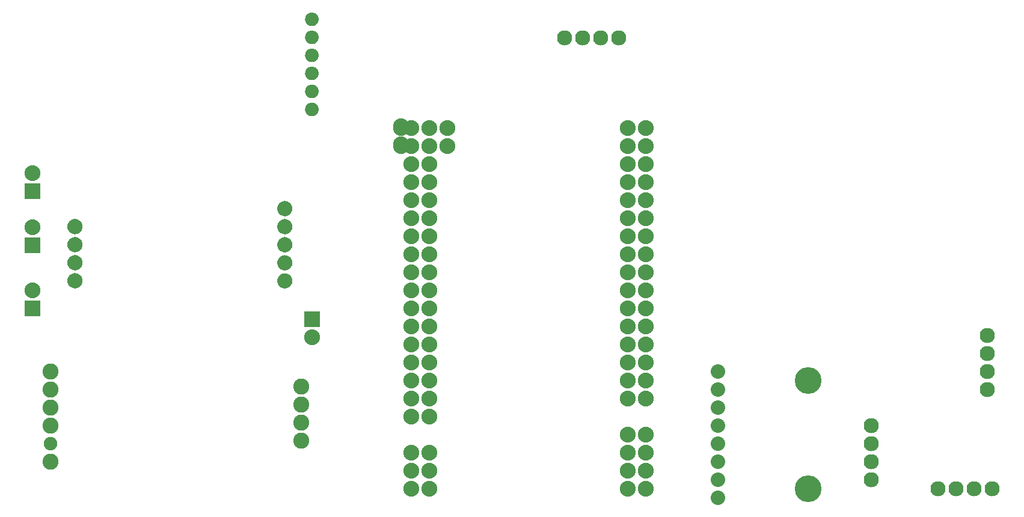
<source format=gbs>
G04 MADE WITH FRITZING*
G04 WWW.FRITZING.ORG*
G04 DOUBLE SIDED*
G04 HOLES PLATED*
G04 CONTOUR ON CENTER OF CONTOUR VECTOR*
%ASAXBY*%
%FSLAX23Y23*%
%MOIN*%
%OFA0B0*%
%SFA1.0B1.0*%
%ADD10C,0.088000*%
%ADD11C,0.088861*%
%ADD12C,0.074972*%
%ADD13C,0.088833*%
%ADD14C,0.148425*%
%ADD15C,0.080000*%
%ADD16C,0.083889*%
%ADD17R,0.088000X0.088000*%
%ADD18R,0.001000X0.001000*%
%LNMASK0*%
G90*
G70*
G54D10*
X2322Y563D03*
X2322Y663D03*
X2322Y763D03*
X2322Y863D03*
X2322Y963D03*
X2322Y1063D03*
X2322Y1163D03*
X2322Y1263D03*
X2322Y1363D03*
X2322Y1463D03*
X2322Y1563D03*
X2322Y1663D03*
X2322Y1763D03*
X2322Y1863D03*
X2322Y1963D03*
X2322Y2063D03*
X2322Y2163D03*
X2222Y2163D03*
X2222Y2063D03*
X2222Y1963D03*
X2222Y1863D03*
X2222Y1763D03*
X2222Y1663D03*
X2222Y1563D03*
X2222Y1463D03*
X2222Y1363D03*
X2222Y1263D03*
X2222Y1163D03*
X2222Y1063D03*
X2222Y963D03*
X2222Y863D03*
X2222Y763D03*
X2222Y663D03*
X2222Y563D03*
X3522Y663D03*
X3522Y763D03*
X3522Y863D03*
X3522Y963D03*
X3522Y1063D03*
X3522Y1163D03*
X3522Y1263D03*
X3522Y1363D03*
X3522Y1463D03*
X3522Y1563D03*
X3522Y1663D03*
X3522Y1763D03*
X3522Y1863D03*
X3522Y1963D03*
X3522Y2063D03*
X3522Y2163D03*
X3422Y2163D03*
X3422Y2063D03*
X3422Y1963D03*
X3422Y1863D03*
X3422Y1763D03*
X3422Y1663D03*
X3422Y1563D03*
X3422Y1463D03*
X3422Y1363D03*
X3422Y1263D03*
X3422Y1163D03*
X3422Y1063D03*
X3422Y963D03*
X3422Y863D03*
X3422Y763D03*
X3422Y663D03*
X3522Y163D03*
X3522Y263D03*
X3522Y363D03*
X3522Y463D03*
X3422Y463D03*
X3422Y363D03*
X3422Y263D03*
X3422Y163D03*
X2422Y2063D03*
X2167Y2063D03*
X2167Y2073D03*
X2167Y2063D03*
X2167Y2073D03*
X2167Y2063D03*
X2167Y2073D03*
X2167Y2163D03*
X2167Y2173D03*
X2167Y2163D03*
X2167Y2173D03*
X2167Y2163D03*
X2167Y2173D03*
X2422Y2163D03*
X2222Y163D03*
X2322Y163D03*
X2322Y263D03*
X2322Y363D03*
X2222Y363D03*
X2222Y263D03*
G54D11*
X222Y313D03*
G54D12*
X222Y413D03*
G54D11*
X222Y513D03*
X222Y613D03*
X222Y713D03*
X222Y813D03*
G54D13*
X1612Y429D03*
X1612Y529D03*
X1612Y629D03*
X1612Y729D03*
G54D14*
X4422Y163D03*
G54D15*
X3922Y813D03*
X3922Y713D03*
X3922Y613D03*
X3922Y513D03*
X3922Y413D03*
X3922Y313D03*
X3922Y213D03*
X3922Y113D03*
G54D14*
X4422Y763D03*
G54D10*
X122Y1513D03*
X122Y1613D03*
G54D16*
X4772Y513D03*
X4772Y413D03*
X4772Y313D03*
X4772Y213D03*
X5415Y713D03*
X5415Y813D03*
X5415Y913D03*
X5415Y1013D03*
X3072Y2663D03*
X3172Y2663D03*
X3272Y2663D03*
X3372Y2663D03*
G54D10*
X122Y1813D03*
X122Y1913D03*
X122Y1163D03*
X122Y1263D03*
X1672Y1103D03*
X1672Y1003D03*
G54D16*
X5142Y163D03*
X5242Y163D03*
X5342Y163D03*
X5442Y163D03*
G54D17*
X122Y1513D03*
X122Y1813D03*
X122Y1163D03*
X1672Y1103D03*
G54D18*
X1671Y2802D02*
X1672Y2802D01*
X1663Y2801D02*
X1680Y2801D01*
X1660Y2800D02*
X1683Y2800D01*
X1657Y2799D02*
X1686Y2799D01*
X1655Y2798D02*
X1688Y2798D01*
X1653Y2797D02*
X1690Y2797D01*
X1652Y2796D02*
X1691Y2796D01*
X1650Y2795D02*
X1693Y2795D01*
X1649Y2794D02*
X1694Y2794D01*
X1647Y2793D02*
X1696Y2793D01*
X1646Y2792D02*
X1697Y2792D01*
X1645Y2791D02*
X1698Y2791D01*
X1644Y2790D02*
X1699Y2790D01*
X1643Y2789D02*
X1700Y2789D01*
X1643Y2788D02*
X1700Y2788D01*
X1642Y2787D02*
X1701Y2787D01*
X1641Y2786D02*
X1702Y2786D01*
X1640Y2785D02*
X1703Y2785D01*
X1640Y2784D02*
X1703Y2784D01*
X1639Y2783D02*
X1704Y2783D01*
X1639Y2782D02*
X1704Y2782D01*
X1638Y2781D02*
X1705Y2781D01*
X1638Y2780D02*
X1705Y2780D01*
X1637Y2779D02*
X1706Y2779D01*
X1637Y2778D02*
X1706Y2778D01*
X1636Y2777D02*
X1707Y2777D01*
X1636Y2776D02*
X1707Y2776D01*
X1636Y2775D02*
X1707Y2775D01*
X1635Y2774D02*
X1708Y2774D01*
X1635Y2773D02*
X1708Y2773D01*
X1635Y2772D02*
X1708Y2772D01*
X1635Y2771D02*
X1708Y2771D01*
X1635Y2770D02*
X1708Y2770D01*
X1634Y2769D02*
X1709Y2769D01*
X1634Y2768D02*
X1709Y2768D01*
X1634Y2767D02*
X1709Y2767D01*
X1634Y2766D02*
X1709Y2766D01*
X1634Y2765D02*
X1709Y2765D01*
X1634Y2764D02*
X1709Y2764D01*
X1634Y2763D02*
X1709Y2763D01*
X1634Y2762D02*
X1709Y2762D01*
X1634Y2761D02*
X1709Y2761D01*
X1634Y2760D02*
X1709Y2760D01*
X1634Y2759D02*
X1709Y2759D01*
X1635Y2758D02*
X1708Y2758D01*
X1635Y2757D02*
X1708Y2757D01*
X1635Y2756D02*
X1708Y2756D01*
X1635Y2755D02*
X1708Y2755D01*
X1635Y2754D02*
X1708Y2754D01*
X1636Y2753D02*
X1707Y2753D01*
X1636Y2752D02*
X1707Y2752D01*
X1636Y2751D02*
X1707Y2751D01*
X1637Y2750D02*
X1706Y2750D01*
X1637Y2749D02*
X1706Y2749D01*
X1638Y2748D02*
X1705Y2748D01*
X1638Y2747D02*
X1705Y2747D01*
X1639Y2746D02*
X1704Y2746D01*
X1639Y2745D02*
X1704Y2745D01*
X1640Y2744D02*
X1703Y2744D01*
X1640Y2743D02*
X1702Y2743D01*
X1641Y2742D02*
X1702Y2742D01*
X1642Y2741D02*
X1701Y2741D01*
X1643Y2740D02*
X1700Y2740D01*
X1644Y2739D02*
X1699Y2739D01*
X1644Y2738D02*
X1699Y2738D01*
X1645Y2737D02*
X1698Y2737D01*
X1647Y2736D02*
X1696Y2736D01*
X1648Y2735D02*
X1695Y2735D01*
X1649Y2734D02*
X1694Y2734D01*
X1650Y2733D02*
X1693Y2733D01*
X1652Y2732D02*
X1691Y2732D01*
X1653Y2731D02*
X1689Y2731D01*
X1655Y2730D02*
X1688Y2730D01*
X1658Y2729D02*
X1685Y2729D01*
X1660Y2728D02*
X1683Y2728D01*
X1664Y2727D02*
X1679Y2727D01*
X1670Y2702D02*
X1673Y2702D01*
X1663Y2701D02*
X1680Y2701D01*
X1660Y2700D02*
X1683Y2700D01*
X1657Y2699D02*
X1686Y2699D01*
X1655Y2698D02*
X1688Y2698D01*
X1653Y2697D02*
X1690Y2697D01*
X1651Y2696D02*
X1692Y2696D01*
X1650Y2695D02*
X1693Y2695D01*
X1649Y2694D02*
X1694Y2694D01*
X1647Y2693D02*
X1696Y2693D01*
X1646Y2692D02*
X1697Y2692D01*
X1645Y2691D02*
X1698Y2691D01*
X1644Y2690D02*
X1699Y2690D01*
X1643Y2689D02*
X1700Y2689D01*
X1643Y2688D02*
X1700Y2688D01*
X1642Y2687D02*
X1701Y2687D01*
X1641Y2686D02*
X1702Y2686D01*
X1640Y2685D02*
X1703Y2685D01*
X1640Y2684D02*
X1703Y2684D01*
X1639Y2683D02*
X1704Y2683D01*
X1639Y2682D02*
X1704Y2682D01*
X1638Y2681D02*
X1705Y2681D01*
X1638Y2680D02*
X1705Y2680D01*
X1637Y2679D02*
X1706Y2679D01*
X1637Y2678D02*
X1706Y2678D01*
X1636Y2677D02*
X1707Y2677D01*
X1636Y2676D02*
X1707Y2676D01*
X1636Y2675D02*
X1707Y2675D01*
X1635Y2674D02*
X1708Y2674D01*
X1635Y2673D02*
X1708Y2673D01*
X1635Y2672D02*
X1708Y2672D01*
X1635Y2671D02*
X1708Y2671D01*
X1635Y2670D02*
X1708Y2670D01*
X1634Y2669D02*
X1709Y2669D01*
X1634Y2668D02*
X1709Y2668D01*
X1634Y2667D02*
X1709Y2667D01*
X1634Y2666D02*
X1709Y2666D01*
X1634Y2665D02*
X1709Y2665D01*
X1634Y2664D02*
X1709Y2664D01*
X1634Y2663D02*
X1709Y2663D01*
X1634Y2662D02*
X1709Y2662D01*
X1634Y2661D02*
X1709Y2661D01*
X1634Y2660D02*
X1709Y2660D01*
X1634Y2659D02*
X1709Y2659D01*
X1635Y2658D02*
X1708Y2658D01*
X1635Y2657D02*
X1708Y2657D01*
X1635Y2656D02*
X1708Y2656D01*
X1635Y2655D02*
X1708Y2655D01*
X1635Y2654D02*
X1708Y2654D01*
X1636Y2653D02*
X1707Y2653D01*
X1636Y2652D02*
X1707Y2652D01*
X1636Y2651D02*
X1707Y2651D01*
X1637Y2650D02*
X1706Y2650D01*
X1637Y2649D02*
X1706Y2649D01*
X1638Y2648D02*
X1705Y2648D01*
X1638Y2647D02*
X1705Y2647D01*
X1639Y2646D02*
X1704Y2646D01*
X1639Y2645D02*
X1704Y2645D01*
X1640Y2644D02*
X1703Y2644D01*
X1641Y2643D02*
X1702Y2643D01*
X1641Y2642D02*
X1702Y2642D01*
X1642Y2641D02*
X1701Y2641D01*
X1643Y2640D02*
X1700Y2640D01*
X1644Y2639D02*
X1699Y2639D01*
X1644Y2638D02*
X1699Y2638D01*
X1645Y2637D02*
X1698Y2637D01*
X1647Y2636D02*
X1696Y2636D01*
X1648Y2635D02*
X1695Y2635D01*
X1649Y2634D02*
X1694Y2634D01*
X1650Y2633D02*
X1693Y2633D01*
X1652Y2632D02*
X1691Y2632D01*
X1654Y2631D02*
X1689Y2631D01*
X1655Y2630D02*
X1688Y2630D01*
X1658Y2629D02*
X1685Y2629D01*
X1660Y2628D02*
X1683Y2628D01*
X1664Y2627D02*
X1679Y2627D01*
X1669Y2602D02*
X1674Y2602D01*
X1663Y2601D02*
X1680Y2601D01*
X1660Y2600D02*
X1683Y2600D01*
X1657Y2599D02*
X1686Y2599D01*
X1655Y2598D02*
X1688Y2598D01*
X1653Y2597D02*
X1690Y2597D01*
X1651Y2596D02*
X1692Y2596D01*
X1650Y2595D02*
X1693Y2595D01*
X1649Y2594D02*
X1694Y2594D01*
X1647Y2593D02*
X1696Y2593D01*
X1646Y2592D02*
X1697Y2592D01*
X1645Y2591D02*
X1698Y2591D01*
X1644Y2590D02*
X1699Y2590D01*
X1643Y2589D02*
X1700Y2589D01*
X1643Y2588D02*
X1700Y2588D01*
X1642Y2587D02*
X1701Y2587D01*
X1641Y2586D02*
X1702Y2586D01*
X1640Y2585D02*
X1703Y2585D01*
X1640Y2584D02*
X1703Y2584D01*
X1639Y2583D02*
X1704Y2583D01*
X1639Y2582D02*
X1704Y2582D01*
X1638Y2581D02*
X1705Y2581D01*
X1638Y2580D02*
X1705Y2580D01*
X1637Y2579D02*
X1706Y2579D01*
X1637Y2578D02*
X1706Y2578D01*
X1636Y2577D02*
X1707Y2577D01*
X1636Y2576D02*
X1707Y2576D01*
X1636Y2575D02*
X1707Y2575D01*
X1635Y2574D02*
X1708Y2574D01*
X1635Y2573D02*
X1708Y2573D01*
X1635Y2572D02*
X1708Y2572D01*
X1635Y2571D02*
X1708Y2571D01*
X1635Y2570D02*
X1708Y2570D01*
X1634Y2569D02*
X1709Y2569D01*
X1634Y2568D02*
X1709Y2568D01*
X1634Y2567D02*
X1709Y2567D01*
X1634Y2566D02*
X1709Y2566D01*
X1634Y2565D02*
X1709Y2565D01*
X1634Y2564D02*
X1709Y2564D01*
X1634Y2563D02*
X1709Y2563D01*
X1634Y2562D02*
X1709Y2562D01*
X1634Y2561D02*
X1709Y2561D01*
X1634Y2560D02*
X1709Y2560D01*
X1634Y2559D02*
X1709Y2559D01*
X1635Y2558D02*
X1708Y2558D01*
X1635Y2557D02*
X1708Y2557D01*
X1635Y2556D02*
X1708Y2556D01*
X1635Y2555D02*
X1708Y2555D01*
X1635Y2554D02*
X1708Y2554D01*
X1636Y2553D02*
X1707Y2553D01*
X1636Y2552D02*
X1707Y2552D01*
X1636Y2551D02*
X1707Y2551D01*
X1637Y2550D02*
X1706Y2550D01*
X1637Y2549D02*
X1706Y2549D01*
X1638Y2548D02*
X1705Y2548D01*
X1638Y2547D02*
X1705Y2547D01*
X1639Y2546D02*
X1704Y2546D01*
X1639Y2545D02*
X1704Y2545D01*
X1640Y2544D02*
X1703Y2544D01*
X1641Y2543D02*
X1702Y2543D01*
X1641Y2542D02*
X1702Y2542D01*
X1642Y2541D02*
X1701Y2541D01*
X1643Y2540D02*
X1700Y2540D01*
X1644Y2539D02*
X1699Y2539D01*
X1645Y2538D02*
X1698Y2538D01*
X1645Y2537D02*
X1698Y2537D01*
X1647Y2536D02*
X1696Y2536D01*
X1648Y2535D02*
X1695Y2535D01*
X1649Y2534D02*
X1694Y2534D01*
X1650Y2533D02*
X1693Y2533D01*
X1652Y2532D02*
X1691Y2532D01*
X1654Y2531D02*
X1689Y2531D01*
X1656Y2530D02*
X1687Y2530D01*
X1658Y2529D02*
X1685Y2529D01*
X1661Y2528D02*
X1682Y2528D01*
X1665Y2527D02*
X1678Y2527D01*
X1669Y2502D02*
X1674Y2502D01*
X1663Y2501D02*
X1680Y2501D01*
X1660Y2500D02*
X1683Y2500D01*
X1657Y2499D02*
X1686Y2499D01*
X1655Y2498D02*
X1688Y2498D01*
X1653Y2497D02*
X1690Y2497D01*
X1651Y2496D02*
X1692Y2496D01*
X1650Y2495D02*
X1693Y2495D01*
X1649Y2494D02*
X1694Y2494D01*
X1647Y2493D02*
X1696Y2493D01*
X1646Y2492D02*
X1697Y2492D01*
X1645Y2491D02*
X1698Y2491D01*
X1644Y2490D02*
X1699Y2490D01*
X1643Y2489D02*
X1700Y2489D01*
X1643Y2488D02*
X1701Y2488D01*
X1642Y2487D02*
X1701Y2487D01*
X1641Y2486D02*
X1702Y2486D01*
X1640Y2485D02*
X1703Y2485D01*
X1640Y2484D02*
X1703Y2484D01*
X1639Y2483D02*
X1704Y2483D01*
X1639Y2482D02*
X1704Y2482D01*
X1638Y2481D02*
X1705Y2481D01*
X1638Y2480D02*
X1705Y2480D01*
X1637Y2479D02*
X1706Y2479D01*
X1637Y2478D02*
X1706Y2478D01*
X1636Y2477D02*
X1707Y2477D01*
X1636Y2476D02*
X1707Y2476D01*
X1636Y2475D02*
X1707Y2475D01*
X1635Y2474D02*
X1708Y2474D01*
X1635Y2473D02*
X1708Y2473D01*
X1635Y2472D02*
X1708Y2472D01*
X1635Y2471D02*
X1708Y2471D01*
X1635Y2470D02*
X1708Y2470D01*
X1634Y2469D02*
X1709Y2469D01*
X1634Y2468D02*
X1709Y2468D01*
X1634Y2467D02*
X1709Y2467D01*
X1634Y2466D02*
X1709Y2466D01*
X1634Y2465D02*
X1709Y2465D01*
X1634Y2464D02*
X1709Y2464D01*
X1634Y2463D02*
X1709Y2463D01*
X1634Y2462D02*
X1709Y2462D01*
X1634Y2461D02*
X1709Y2461D01*
X1634Y2460D02*
X1709Y2460D01*
X1634Y2459D02*
X1709Y2459D01*
X1635Y2458D02*
X1708Y2458D01*
X1635Y2457D02*
X1708Y2457D01*
X1635Y2456D02*
X1708Y2456D01*
X1635Y2455D02*
X1708Y2455D01*
X1635Y2454D02*
X1708Y2454D01*
X1636Y2453D02*
X1707Y2453D01*
X1636Y2452D02*
X1707Y2452D01*
X1636Y2451D02*
X1707Y2451D01*
X1637Y2450D02*
X1706Y2450D01*
X1637Y2449D02*
X1706Y2449D01*
X1638Y2448D02*
X1705Y2448D01*
X1638Y2447D02*
X1705Y2447D01*
X1639Y2446D02*
X1704Y2446D01*
X1639Y2445D02*
X1704Y2445D01*
X1640Y2444D02*
X1703Y2444D01*
X1641Y2443D02*
X1702Y2443D01*
X1641Y2442D02*
X1702Y2442D01*
X1642Y2441D02*
X1701Y2441D01*
X1643Y2440D02*
X1700Y2440D01*
X1644Y2439D02*
X1699Y2439D01*
X1645Y2438D02*
X1698Y2438D01*
X1646Y2437D02*
X1697Y2437D01*
X1647Y2436D02*
X1696Y2436D01*
X1648Y2435D02*
X1695Y2435D01*
X1649Y2434D02*
X1694Y2434D01*
X1650Y2433D02*
X1693Y2433D01*
X1652Y2432D02*
X1691Y2432D01*
X1654Y2431D02*
X1689Y2431D01*
X1656Y2430D02*
X1687Y2430D01*
X1658Y2429D02*
X1685Y2429D01*
X1661Y2428D02*
X1682Y2428D01*
X1665Y2427D02*
X1678Y2427D01*
X1669Y2402D02*
X1674Y2402D01*
X1663Y2401D02*
X1680Y2401D01*
X1659Y2400D02*
X1684Y2400D01*
X1657Y2399D02*
X1686Y2399D01*
X1655Y2398D02*
X1688Y2398D01*
X1653Y2397D02*
X1690Y2397D01*
X1651Y2396D02*
X1692Y2396D01*
X1650Y2395D02*
X1693Y2395D01*
X1649Y2394D02*
X1694Y2394D01*
X1647Y2393D02*
X1696Y2393D01*
X1646Y2392D02*
X1697Y2392D01*
X1645Y2391D02*
X1698Y2391D01*
X1644Y2390D02*
X1699Y2390D01*
X1643Y2389D02*
X1700Y2389D01*
X1642Y2388D02*
X1701Y2388D01*
X1642Y2387D02*
X1701Y2387D01*
X1641Y2386D02*
X1702Y2386D01*
X1640Y2385D02*
X1703Y2385D01*
X1640Y2384D02*
X1703Y2384D01*
X1639Y2383D02*
X1704Y2383D01*
X1639Y2382D02*
X1705Y2382D01*
X1638Y2381D02*
X1705Y2381D01*
X1638Y2380D02*
X1706Y2380D01*
X1637Y2379D02*
X1706Y2379D01*
X1637Y2378D02*
X1706Y2378D01*
X1636Y2377D02*
X1707Y2377D01*
X1636Y2376D02*
X1707Y2376D01*
X1636Y2375D02*
X1707Y2375D01*
X1635Y2374D02*
X1708Y2374D01*
X1635Y2373D02*
X1708Y2373D01*
X1635Y2372D02*
X1708Y2372D01*
X1635Y2371D02*
X1708Y2371D01*
X1635Y2370D02*
X1708Y2370D01*
X1634Y2369D02*
X1709Y2369D01*
X1634Y2368D02*
X1709Y2368D01*
X1634Y2367D02*
X1709Y2367D01*
X1634Y2366D02*
X1709Y2366D01*
X1634Y2365D02*
X1709Y2365D01*
X1634Y2364D02*
X1709Y2364D01*
X1634Y2363D02*
X1709Y2363D01*
X1634Y2362D02*
X1709Y2362D01*
X1634Y2361D02*
X1709Y2361D01*
X1634Y2360D02*
X1709Y2360D01*
X1634Y2359D02*
X1709Y2359D01*
X1635Y2358D02*
X1708Y2358D01*
X1635Y2357D02*
X1708Y2357D01*
X1635Y2356D02*
X1708Y2356D01*
X1635Y2355D02*
X1708Y2355D01*
X1636Y2354D02*
X1708Y2354D01*
X1636Y2353D02*
X1707Y2353D01*
X1636Y2352D02*
X1707Y2352D01*
X1636Y2351D02*
X1707Y2351D01*
X1637Y2350D02*
X1706Y2350D01*
X1637Y2349D02*
X1706Y2349D01*
X1638Y2348D02*
X1705Y2348D01*
X1638Y2347D02*
X1705Y2347D01*
X1639Y2346D02*
X1704Y2346D01*
X1639Y2345D02*
X1704Y2345D01*
X1640Y2344D02*
X1703Y2344D01*
X1641Y2343D02*
X1702Y2343D01*
X1641Y2342D02*
X1702Y2342D01*
X1642Y2341D02*
X1701Y2341D01*
X1643Y2340D02*
X1700Y2340D01*
X1644Y2339D02*
X1699Y2339D01*
X1645Y2338D02*
X1698Y2338D01*
X1646Y2337D02*
X1697Y2337D01*
X1647Y2336D02*
X1696Y2336D01*
X1648Y2335D02*
X1695Y2335D01*
X1649Y2334D02*
X1694Y2334D01*
X1651Y2333D02*
X1692Y2333D01*
X1652Y2332D02*
X1691Y2332D01*
X1654Y2331D02*
X1689Y2331D01*
X1656Y2330D02*
X1687Y2330D01*
X1658Y2329D02*
X1685Y2329D01*
X1661Y2328D02*
X1682Y2328D01*
X1665Y2327D02*
X1678Y2327D01*
X1668Y2302D02*
X1675Y2302D01*
X1663Y2301D02*
X1680Y2301D01*
X1659Y2300D02*
X1684Y2300D01*
X1657Y2299D02*
X1686Y2299D01*
X1655Y2298D02*
X1688Y2298D01*
X1653Y2297D02*
X1690Y2297D01*
X1651Y2296D02*
X1692Y2296D01*
X1650Y2295D02*
X1693Y2295D01*
X1649Y2294D02*
X1694Y2294D01*
X1647Y2293D02*
X1696Y2293D01*
X1646Y2292D02*
X1697Y2292D01*
X1645Y2291D02*
X1698Y2291D01*
X1644Y2290D02*
X1699Y2290D01*
X1643Y2289D02*
X1700Y2289D01*
X1642Y2288D02*
X1701Y2288D01*
X1642Y2287D02*
X1701Y2287D01*
X1641Y2286D02*
X1702Y2286D01*
X1640Y2285D02*
X1703Y2285D01*
X1640Y2284D02*
X1703Y2284D01*
X1639Y2283D02*
X1704Y2283D01*
X1638Y2282D02*
X1705Y2282D01*
X1638Y2281D02*
X1705Y2281D01*
X1637Y2280D02*
X1706Y2280D01*
X1637Y2279D02*
X1706Y2279D01*
X1637Y2278D02*
X1706Y2278D01*
X1636Y2277D02*
X1707Y2277D01*
X1636Y2276D02*
X1707Y2276D01*
X1636Y2275D02*
X1707Y2275D01*
X1635Y2274D02*
X1708Y2274D01*
X1635Y2273D02*
X1708Y2273D01*
X1635Y2272D02*
X1708Y2272D01*
X1635Y2271D02*
X1708Y2271D01*
X1635Y2270D02*
X1708Y2270D01*
X1634Y2269D02*
X1709Y2269D01*
X1634Y2268D02*
X1709Y2268D01*
X1634Y2267D02*
X1709Y2267D01*
X1634Y2266D02*
X1709Y2266D01*
X1634Y2265D02*
X1709Y2265D01*
X1634Y2264D02*
X1709Y2264D01*
X1634Y2263D02*
X1709Y2263D01*
X1634Y2262D02*
X1709Y2262D01*
X1634Y2261D02*
X1709Y2261D01*
X1634Y2260D02*
X1709Y2260D01*
X1634Y2259D02*
X1709Y2259D01*
X1635Y2258D02*
X1708Y2258D01*
X1635Y2257D02*
X1708Y2257D01*
X1635Y2256D02*
X1708Y2256D01*
X1635Y2255D02*
X1708Y2255D01*
X1636Y2254D02*
X1707Y2254D01*
X1636Y2253D02*
X1707Y2253D01*
X1636Y2252D02*
X1707Y2252D01*
X1636Y2251D02*
X1707Y2251D01*
X1637Y2250D02*
X1706Y2250D01*
X1637Y2249D02*
X1706Y2249D01*
X1638Y2248D02*
X1705Y2248D01*
X1638Y2247D02*
X1705Y2247D01*
X1639Y2246D02*
X1704Y2246D01*
X1639Y2245D02*
X1704Y2245D01*
X1640Y2244D02*
X1703Y2244D01*
X1641Y2243D02*
X1702Y2243D01*
X1641Y2242D02*
X1702Y2242D01*
X1642Y2241D02*
X1701Y2241D01*
X1643Y2240D02*
X1700Y2240D01*
X1644Y2239D02*
X1699Y2239D01*
X1645Y2238D02*
X1698Y2238D01*
X1646Y2237D02*
X1697Y2237D01*
X1647Y2236D02*
X1696Y2236D01*
X1648Y2235D02*
X1695Y2235D01*
X1649Y2234D02*
X1694Y2234D01*
X1651Y2233D02*
X1692Y2233D01*
X1652Y2232D02*
X1691Y2232D01*
X1654Y2231D02*
X1689Y2231D01*
X1656Y2230D02*
X1687Y2230D01*
X1658Y2229D02*
X1685Y2229D01*
X1661Y2228D02*
X1682Y2228D01*
X1665Y2227D02*
X1678Y2227D01*
X1517Y1756D02*
X1526Y1756D01*
X1512Y1755D02*
X1532Y1755D01*
X1508Y1754D02*
X1535Y1754D01*
X1505Y1753D02*
X1538Y1753D01*
X1503Y1752D02*
X1540Y1752D01*
X1502Y1751D02*
X1542Y1751D01*
X1500Y1750D02*
X1543Y1750D01*
X1498Y1749D02*
X1545Y1749D01*
X1497Y1748D02*
X1546Y1748D01*
X1496Y1747D02*
X1547Y1747D01*
X1494Y1746D02*
X1549Y1746D01*
X1493Y1745D02*
X1550Y1745D01*
X1492Y1744D02*
X1551Y1744D01*
X1491Y1743D02*
X1552Y1743D01*
X1490Y1742D02*
X1553Y1742D01*
X1490Y1741D02*
X1554Y1741D01*
X1489Y1740D02*
X1554Y1740D01*
X1488Y1739D02*
X1555Y1739D01*
X1487Y1738D02*
X1556Y1738D01*
X1487Y1737D02*
X1556Y1737D01*
X1486Y1736D02*
X1557Y1736D01*
X1485Y1735D02*
X1558Y1735D01*
X1485Y1734D02*
X1558Y1734D01*
X1484Y1733D02*
X1559Y1733D01*
X1484Y1732D02*
X1559Y1732D01*
X1483Y1731D02*
X1560Y1731D01*
X1483Y1730D02*
X1560Y1730D01*
X1483Y1729D02*
X1560Y1729D01*
X1482Y1728D02*
X1561Y1728D01*
X1482Y1727D02*
X1561Y1727D01*
X1482Y1726D02*
X1561Y1726D01*
X1481Y1725D02*
X1562Y1725D01*
X1481Y1724D02*
X1562Y1724D01*
X1481Y1723D02*
X1562Y1723D01*
X1481Y1722D02*
X1562Y1722D01*
X1481Y1721D02*
X1562Y1721D01*
X1480Y1720D02*
X1563Y1720D01*
X1480Y1719D02*
X1563Y1719D01*
X1480Y1718D02*
X1563Y1718D01*
X1480Y1717D02*
X1563Y1717D01*
X1480Y1716D02*
X1563Y1716D01*
X1480Y1715D02*
X1563Y1715D01*
X1480Y1714D02*
X1563Y1714D01*
X1480Y1713D02*
X1563Y1713D01*
X1480Y1712D02*
X1563Y1712D01*
X1480Y1711D02*
X1563Y1711D01*
X1480Y1710D02*
X1563Y1710D01*
X1480Y1709D02*
X1563Y1709D01*
X1481Y1708D02*
X1562Y1708D01*
X1481Y1707D02*
X1562Y1707D01*
X1481Y1706D02*
X1562Y1706D01*
X1481Y1705D02*
X1562Y1705D01*
X1481Y1704D02*
X1562Y1704D01*
X1482Y1703D02*
X1561Y1703D01*
X1482Y1702D02*
X1561Y1702D01*
X1482Y1701D02*
X1561Y1701D01*
X1483Y1700D02*
X1560Y1700D01*
X1483Y1699D02*
X1560Y1699D01*
X1483Y1698D02*
X1560Y1698D01*
X1484Y1697D02*
X1559Y1697D01*
X1484Y1696D02*
X1559Y1696D01*
X1485Y1695D02*
X1558Y1695D01*
X1485Y1694D02*
X1558Y1694D01*
X1486Y1693D02*
X1557Y1693D01*
X1487Y1692D02*
X1556Y1692D01*
X1487Y1691D02*
X1556Y1691D01*
X1488Y1690D02*
X1555Y1690D01*
X1489Y1689D02*
X1554Y1689D01*
X1489Y1688D02*
X1554Y1688D01*
X1490Y1687D02*
X1553Y1687D01*
X1491Y1686D02*
X1552Y1686D01*
X1492Y1685D02*
X1551Y1685D01*
X1493Y1684D02*
X1550Y1684D01*
X1494Y1683D02*
X1549Y1683D01*
X1495Y1682D02*
X1548Y1682D01*
X1497Y1681D02*
X1546Y1681D01*
X1498Y1680D02*
X1545Y1680D01*
X1500Y1679D02*
X1544Y1679D01*
X1501Y1678D02*
X1542Y1678D01*
X1503Y1677D02*
X1540Y1677D01*
X1505Y1676D02*
X1538Y1676D01*
X1507Y1675D02*
X1536Y1675D01*
X1511Y1674D02*
X1532Y1674D01*
X1515Y1673D02*
X1528Y1673D01*
X351Y1656D02*
X365Y1656D01*
X1517Y1656D02*
X1526Y1656D01*
X347Y1655D02*
X369Y1655D01*
X1512Y1655D02*
X1531Y1655D01*
X344Y1654D02*
X372Y1654D01*
X1508Y1654D02*
X1535Y1654D01*
X341Y1653D02*
X375Y1653D01*
X1506Y1653D02*
X1537Y1653D01*
X339Y1652D02*
X377Y1652D01*
X1504Y1652D02*
X1539Y1652D01*
X338Y1651D02*
X379Y1651D01*
X1502Y1651D02*
X1541Y1651D01*
X336Y1650D02*
X380Y1650D01*
X1500Y1650D02*
X1543Y1650D01*
X334Y1649D02*
X382Y1649D01*
X1498Y1649D02*
X1545Y1649D01*
X333Y1648D02*
X383Y1648D01*
X1497Y1648D02*
X1546Y1648D01*
X332Y1647D02*
X384Y1647D01*
X1496Y1647D02*
X1547Y1647D01*
X331Y1646D02*
X386Y1646D01*
X1495Y1646D02*
X1549Y1646D01*
X329Y1645D02*
X387Y1645D01*
X1493Y1645D02*
X1550Y1645D01*
X328Y1644D02*
X388Y1644D01*
X1492Y1644D02*
X1551Y1644D01*
X328Y1643D02*
X389Y1643D01*
X1491Y1643D02*
X1552Y1643D01*
X327Y1642D02*
X390Y1642D01*
X1491Y1642D02*
X1553Y1642D01*
X326Y1641D02*
X390Y1641D01*
X1490Y1641D02*
X1553Y1641D01*
X325Y1640D02*
X391Y1640D01*
X1489Y1640D02*
X1554Y1640D01*
X324Y1639D02*
X392Y1639D01*
X1488Y1639D02*
X1555Y1639D01*
X324Y1638D02*
X393Y1638D01*
X1487Y1638D02*
X1556Y1638D01*
X323Y1637D02*
X393Y1637D01*
X1487Y1637D02*
X1556Y1637D01*
X322Y1636D02*
X394Y1636D01*
X1486Y1636D02*
X1557Y1636D01*
X322Y1635D02*
X394Y1635D01*
X1486Y1635D02*
X1558Y1635D01*
X321Y1634D02*
X395Y1634D01*
X1485Y1634D02*
X1558Y1634D01*
X321Y1633D02*
X395Y1633D01*
X1484Y1633D02*
X1559Y1633D01*
X320Y1632D02*
X396Y1632D01*
X1484Y1632D02*
X1559Y1632D01*
X320Y1631D02*
X396Y1631D01*
X1483Y1631D02*
X1560Y1631D01*
X319Y1630D02*
X397Y1630D01*
X1483Y1630D02*
X1560Y1630D01*
X319Y1629D02*
X397Y1629D01*
X1483Y1629D02*
X1560Y1629D01*
X319Y1628D02*
X397Y1628D01*
X1482Y1628D02*
X1561Y1628D01*
X318Y1627D02*
X398Y1627D01*
X1482Y1627D02*
X1561Y1627D01*
X318Y1626D02*
X398Y1626D01*
X1482Y1626D02*
X1561Y1626D01*
X318Y1625D02*
X398Y1625D01*
X1481Y1625D02*
X1562Y1625D01*
X318Y1624D02*
X399Y1624D01*
X1481Y1624D02*
X1562Y1624D01*
X317Y1623D02*
X399Y1623D01*
X1481Y1623D02*
X1562Y1623D01*
X317Y1622D02*
X399Y1622D01*
X1481Y1622D02*
X1562Y1622D01*
X317Y1621D02*
X399Y1621D01*
X1481Y1621D02*
X1562Y1621D01*
X317Y1620D02*
X399Y1620D01*
X1480Y1620D02*
X1563Y1620D01*
X317Y1619D02*
X399Y1619D01*
X1480Y1619D02*
X1563Y1619D01*
X317Y1618D02*
X399Y1618D01*
X1480Y1618D02*
X1563Y1618D01*
X317Y1617D02*
X400Y1617D01*
X1480Y1617D02*
X1563Y1617D01*
X317Y1616D02*
X400Y1616D01*
X1480Y1616D02*
X1563Y1616D01*
X317Y1615D02*
X400Y1615D01*
X1480Y1615D02*
X1563Y1615D01*
X317Y1614D02*
X400Y1614D01*
X1480Y1614D02*
X1563Y1614D01*
X317Y1613D02*
X400Y1613D01*
X1480Y1613D02*
X1563Y1613D01*
X317Y1612D02*
X400Y1612D01*
X1480Y1612D02*
X1563Y1612D01*
X317Y1611D02*
X399Y1611D01*
X1480Y1611D02*
X1563Y1611D01*
X317Y1610D02*
X399Y1610D01*
X1480Y1610D02*
X1563Y1610D01*
X317Y1609D02*
X399Y1609D01*
X1480Y1609D02*
X1563Y1609D01*
X317Y1608D02*
X399Y1608D01*
X1481Y1608D02*
X1562Y1608D01*
X317Y1607D02*
X399Y1607D01*
X1481Y1607D02*
X1562Y1607D01*
X318Y1606D02*
X399Y1606D01*
X1481Y1606D02*
X1562Y1606D01*
X318Y1605D02*
X398Y1605D01*
X1481Y1605D02*
X1562Y1605D01*
X318Y1604D02*
X398Y1604D01*
X1481Y1604D02*
X1562Y1604D01*
X318Y1603D02*
X398Y1603D01*
X1482Y1603D02*
X1561Y1603D01*
X319Y1602D02*
X398Y1602D01*
X1482Y1602D02*
X1561Y1602D01*
X319Y1601D02*
X397Y1601D01*
X1482Y1601D02*
X1561Y1601D01*
X319Y1600D02*
X397Y1600D01*
X1483Y1600D02*
X1561Y1600D01*
X320Y1599D02*
X397Y1599D01*
X1483Y1599D02*
X1560Y1599D01*
X320Y1598D02*
X396Y1598D01*
X1483Y1598D02*
X1560Y1598D01*
X321Y1597D02*
X396Y1597D01*
X1484Y1597D02*
X1559Y1597D01*
X321Y1596D02*
X395Y1596D01*
X1484Y1596D02*
X1559Y1596D01*
X322Y1595D02*
X395Y1595D01*
X1485Y1595D02*
X1558Y1595D01*
X322Y1594D02*
X394Y1594D01*
X1485Y1594D02*
X1558Y1594D01*
X323Y1593D02*
X394Y1593D01*
X1486Y1593D02*
X1557Y1593D01*
X323Y1592D02*
X393Y1592D01*
X1486Y1592D02*
X1557Y1592D01*
X324Y1591D02*
X392Y1591D01*
X1487Y1591D02*
X1556Y1591D01*
X325Y1590D02*
X392Y1590D01*
X1488Y1590D02*
X1555Y1590D01*
X325Y1589D02*
X391Y1589D01*
X1489Y1589D02*
X1555Y1589D01*
X326Y1588D02*
X390Y1588D01*
X1489Y1588D02*
X1554Y1588D01*
X327Y1587D02*
X389Y1587D01*
X1490Y1587D02*
X1553Y1587D01*
X328Y1586D02*
X388Y1586D01*
X1491Y1586D02*
X1552Y1586D01*
X329Y1585D02*
X387Y1585D01*
X1492Y1585D02*
X1551Y1585D01*
X330Y1584D02*
X386Y1584D01*
X1493Y1584D02*
X1550Y1584D01*
X331Y1583D02*
X385Y1583D01*
X1494Y1583D02*
X1549Y1583D01*
X332Y1582D02*
X384Y1582D01*
X1495Y1582D02*
X1548Y1582D01*
X334Y1581D02*
X383Y1581D01*
X1497Y1581D02*
X1547Y1581D01*
X335Y1580D02*
X381Y1580D01*
X1498Y1580D02*
X1545Y1580D01*
X337Y1579D02*
X380Y1579D01*
X1499Y1579D02*
X1544Y1579D01*
X338Y1578D02*
X378Y1578D01*
X1501Y1578D02*
X1542Y1578D01*
X340Y1577D02*
X376Y1577D01*
X1503Y1577D02*
X1540Y1577D01*
X342Y1576D02*
X374Y1576D01*
X1505Y1576D02*
X1538Y1576D01*
X345Y1575D02*
X371Y1575D01*
X1507Y1575D02*
X1536Y1575D01*
X349Y1574D02*
X368Y1574D01*
X1510Y1574D02*
X1533Y1574D01*
X354Y1573D02*
X362Y1573D01*
X1515Y1573D02*
X1528Y1573D01*
X352Y1556D02*
X364Y1556D01*
X1518Y1556D02*
X1525Y1556D01*
X347Y1555D02*
X369Y1555D01*
X1512Y1555D02*
X1531Y1555D01*
X344Y1554D02*
X372Y1554D01*
X1509Y1554D02*
X1534Y1554D01*
X342Y1553D02*
X375Y1553D01*
X1506Y1553D02*
X1537Y1553D01*
X340Y1552D02*
X377Y1552D01*
X1504Y1552D02*
X1539Y1552D01*
X338Y1551D02*
X379Y1551D01*
X1502Y1551D02*
X1541Y1551D01*
X336Y1550D02*
X380Y1550D01*
X1500Y1550D02*
X1543Y1550D01*
X335Y1549D02*
X382Y1549D01*
X1499Y1549D02*
X1544Y1549D01*
X333Y1548D02*
X383Y1548D01*
X1497Y1548D02*
X1546Y1548D01*
X332Y1547D02*
X384Y1547D01*
X1496Y1547D02*
X1547Y1547D01*
X331Y1546D02*
X385Y1546D01*
X1495Y1546D02*
X1548Y1546D01*
X330Y1545D02*
X387Y1545D01*
X1494Y1545D02*
X1550Y1545D01*
X329Y1544D02*
X388Y1544D01*
X1492Y1544D02*
X1551Y1544D01*
X328Y1543D02*
X389Y1543D01*
X1491Y1543D02*
X1552Y1543D01*
X327Y1542D02*
X389Y1542D01*
X1491Y1542D02*
X1552Y1542D01*
X326Y1541D02*
X390Y1541D01*
X1490Y1541D02*
X1553Y1541D01*
X325Y1540D02*
X391Y1540D01*
X1489Y1540D02*
X1554Y1540D01*
X324Y1539D02*
X392Y1539D01*
X1488Y1539D02*
X1555Y1539D01*
X324Y1538D02*
X392Y1538D01*
X1487Y1538D02*
X1556Y1538D01*
X323Y1537D02*
X393Y1537D01*
X1487Y1537D02*
X1556Y1537D01*
X323Y1536D02*
X394Y1536D01*
X1486Y1536D02*
X1557Y1536D01*
X322Y1535D02*
X394Y1535D01*
X1486Y1535D02*
X1557Y1535D01*
X321Y1534D02*
X395Y1534D01*
X1485Y1534D02*
X1558Y1534D01*
X321Y1533D02*
X395Y1533D01*
X1485Y1533D02*
X1559Y1533D01*
X320Y1532D02*
X396Y1532D01*
X1484Y1532D02*
X1559Y1532D01*
X320Y1531D02*
X396Y1531D01*
X1484Y1531D02*
X1560Y1531D01*
X320Y1530D02*
X397Y1530D01*
X1483Y1530D02*
X1560Y1530D01*
X319Y1529D02*
X397Y1529D01*
X1483Y1529D02*
X1560Y1529D01*
X319Y1528D02*
X397Y1528D01*
X1482Y1528D02*
X1561Y1528D01*
X319Y1527D02*
X398Y1527D01*
X1482Y1527D02*
X1561Y1527D01*
X318Y1526D02*
X398Y1526D01*
X1482Y1526D02*
X1561Y1526D01*
X318Y1525D02*
X398Y1525D01*
X1482Y1525D02*
X1562Y1525D01*
X318Y1524D02*
X399Y1524D01*
X1481Y1524D02*
X1562Y1524D01*
X318Y1523D02*
X399Y1523D01*
X1481Y1523D02*
X1562Y1523D01*
X317Y1522D02*
X399Y1522D01*
X1481Y1522D02*
X1562Y1522D01*
X317Y1521D02*
X399Y1521D01*
X1481Y1521D02*
X1562Y1521D01*
X317Y1520D02*
X399Y1520D01*
X1480Y1520D02*
X1563Y1520D01*
X317Y1519D02*
X399Y1519D01*
X1480Y1519D02*
X1563Y1519D01*
X317Y1518D02*
X399Y1518D01*
X1480Y1518D02*
X1563Y1518D01*
X317Y1517D02*
X400Y1517D01*
X1480Y1517D02*
X1563Y1517D01*
X317Y1516D02*
X400Y1516D01*
X1480Y1516D02*
X1563Y1516D01*
X317Y1515D02*
X400Y1515D01*
X1480Y1515D02*
X1563Y1515D01*
X317Y1514D02*
X400Y1514D01*
X1480Y1514D02*
X1563Y1514D01*
X317Y1513D02*
X400Y1513D01*
X1480Y1513D02*
X1563Y1513D01*
X317Y1512D02*
X400Y1512D01*
X1480Y1512D02*
X1563Y1512D01*
X317Y1511D02*
X399Y1511D01*
X1480Y1511D02*
X1563Y1511D01*
X317Y1510D02*
X399Y1510D01*
X1480Y1510D02*
X1563Y1510D01*
X317Y1509D02*
X399Y1509D01*
X1480Y1509D02*
X1563Y1509D01*
X317Y1508D02*
X399Y1508D01*
X1481Y1508D02*
X1563Y1508D01*
X317Y1507D02*
X399Y1507D01*
X1481Y1507D02*
X1562Y1507D01*
X318Y1506D02*
X399Y1506D01*
X1481Y1506D02*
X1562Y1506D01*
X318Y1505D02*
X398Y1505D01*
X1481Y1505D02*
X1562Y1505D01*
X318Y1504D02*
X398Y1504D01*
X1481Y1504D02*
X1562Y1504D01*
X318Y1503D02*
X398Y1503D01*
X1482Y1503D02*
X1561Y1503D01*
X319Y1502D02*
X398Y1502D01*
X1482Y1502D02*
X1561Y1502D01*
X319Y1501D02*
X397Y1501D01*
X1482Y1501D02*
X1561Y1501D01*
X319Y1500D02*
X397Y1500D01*
X1483Y1500D02*
X1561Y1500D01*
X320Y1499D02*
X397Y1499D01*
X1483Y1499D02*
X1560Y1499D01*
X320Y1498D02*
X396Y1498D01*
X1483Y1498D02*
X1560Y1498D01*
X320Y1497D02*
X396Y1497D01*
X1484Y1497D02*
X1559Y1497D01*
X321Y1496D02*
X395Y1496D01*
X1484Y1496D02*
X1559Y1496D01*
X321Y1495D02*
X395Y1495D01*
X1485Y1495D02*
X1558Y1495D01*
X322Y1494D02*
X394Y1494D01*
X1485Y1494D02*
X1558Y1494D01*
X323Y1493D02*
X394Y1493D01*
X1486Y1493D02*
X1557Y1493D01*
X323Y1492D02*
X393Y1492D01*
X1486Y1492D02*
X1557Y1492D01*
X324Y1491D02*
X392Y1491D01*
X1487Y1491D02*
X1556Y1491D01*
X325Y1490D02*
X392Y1490D01*
X1488Y1490D02*
X1555Y1490D01*
X325Y1489D02*
X391Y1489D01*
X1488Y1489D02*
X1555Y1489D01*
X326Y1488D02*
X390Y1488D01*
X1489Y1488D02*
X1554Y1488D01*
X327Y1487D02*
X389Y1487D01*
X1490Y1487D02*
X1553Y1487D01*
X328Y1486D02*
X388Y1486D01*
X1491Y1486D02*
X1552Y1486D01*
X329Y1485D02*
X387Y1485D01*
X1492Y1485D02*
X1551Y1485D01*
X330Y1484D02*
X386Y1484D01*
X1493Y1484D02*
X1550Y1484D01*
X331Y1483D02*
X385Y1483D01*
X1494Y1483D02*
X1549Y1483D01*
X332Y1482D02*
X384Y1482D01*
X1495Y1482D02*
X1548Y1482D01*
X334Y1481D02*
X383Y1481D01*
X1496Y1481D02*
X1547Y1481D01*
X335Y1480D02*
X381Y1480D01*
X1498Y1480D02*
X1545Y1480D01*
X336Y1479D02*
X380Y1479D01*
X1499Y1479D02*
X1544Y1479D01*
X338Y1478D02*
X378Y1478D01*
X1501Y1478D02*
X1542Y1478D01*
X340Y1477D02*
X376Y1477D01*
X1502Y1477D02*
X1541Y1477D01*
X342Y1476D02*
X374Y1476D01*
X1505Y1476D02*
X1539Y1476D01*
X345Y1475D02*
X372Y1475D01*
X1507Y1475D02*
X1536Y1475D01*
X348Y1474D02*
X368Y1474D01*
X1510Y1474D02*
X1533Y1474D01*
X353Y1473D02*
X363Y1473D01*
X1514Y1473D02*
X1529Y1473D01*
X353Y1456D02*
X364Y1456D01*
X1520Y1456D02*
X1523Y1456D01*
X348Y1455D02*
X369Y1455D01*
X1513Y1455D02*
X1530Y1455D01*
X344Y1454D02*
X372Y1454D01*
X1509Y1454D02*
X1534Y1454D01*
X342Y1453D02*
X374Y1453D01*
X1506Y1453D02*
X1537Y1453D01*
X340Y1452D02*
X377Y1452D01*
X1504Y1452D02*
X1539Y1452D01*
X338Y1451D02*
X378Y1451D01*
X1502Y1451D02*
X1541Y1451D01*
X336Y1450D02*
X380Y1450D01*
X1500Y1450D02*
X1543Y1450D01*
X335Y1449D02*
X381Y1449D01*
X1499Y1449D02*
X1544Y1449D01*
X333Y1448D02*
X383Y1448D01*
X1497Y1448D02*
X1546Y1448D01*
X332Y1447D02*
X384Y1447D01*
X1496Y1447D02*
X1547Y1447D01*
X331Y1446D02*
X385Y1446D01*
X1495Y1446D02*
X1548Y1446D01*
X330Y1445D02*
X386Y1445D01*
X1494Y1445D02*
X1549Y1445D01*
X329Y1444D02*
X388Y1444D01*
X1493Y1444D02*
X1551Y1444D01*
X328Y1443D02*
X388Y1443D01*
X1492Y1443D02*
X1551Y1443D01*
X327Y1442D02*
X389Y1442D01*
X1491Y1442D02*
X1552Y1442D01*
X326Y1441D02*
X390Y1441D01*
X1490Y1441D02*
X1553Y1441D01*
X325Y1440D02*
X391Y1440D01*
X1489Y1440D02*
X1554Y1440D01*
X325Y1439D02*
X392Y1439D01*
X1488Y1439D02*
X1555Y1439D01*
X324Y1438D02*
X392Y1438D01*
X1488Y1438D02*
X1555Y1438D01*
X323Y1437D02*
X393Y1437D01*
X1487Y1437D02*
X1556Y1437D01*
X323Y1436D02*
X394Y1436D01*
X1486Y1436D02*
X1557Y1436D01*
X322Y1435D02*
X394Y1435D01*
X1486Y1435D02*
X1557Y1435D01*
X321Y1434D02*
X395Y1434D01*
X1485Y1434D02*
X1558Y1434D01*
X321Y1433D02*
X395Y1433D01*
X1485Y1433D02*
X1559Y1433D01*
X320Y1432D02*
X396Y1432D01*
X1484Y1432D02*
X1559Y1432D01*
X320Y1431D02*
X396Y1431D01*
X1484Y1431D02*
X1559Y1431D01*
X320Y1430D02*
X397Y1430D01*
X1483Y1430D02*
X1560Y1430D01*
X319Y1429D02*
X397Y1429D01*
X1483Y1429D02*
X1560Y1429D01*
X319Y1428D02*
X397Y1428D01*
X1482Y1428D02*
X1561Y1428D01*
X319Y1427D02*
X398Y1427D01*
X1482Y1427D02*
X1561Y1427D01*
X318Y1426D02*
X398Y1426D01*
X1482Y1426D02*
X1561Y1426D01*
X318Y1425D02*
X398Y1425D01*
X1482Y1425D02*
X1562Y1425D01*
X318Y1424D02*
X398Y1424D01*
X1481Y1424D02*
X1562Y1424D01*
X318Y1423D02*
X399Y1423D01*
X1481Y1423D02*
X1562Y1423D01*
X317Y1422D02*
X399Y1422D01*
X1481Y1422D02*
X1562Y1422D01*
X317Y1421D02*
X399Y1421D01*
X1481Y1421D02*
X1562Y1421D01*
X317Y1420D02*
X399Y1420D01*
X1481Y1420D02*
X1563Y1420D01*
X317Y1419D02*
X399Y1419D01*
X1480Y1419D02*
X1563Y1419D01*
X317Y1418D02*
X399Y1418D01*
X1480Y1418D02*
X1563Y1418D01*
X317Y1417D02*
X400Y1417D01*
X1480Y1417D02*
X1563Y1417D01*
X317Y1416D02*
X400Y1416D01*
X1480Y1416D02*
X1563Y1416D01*
X317Y1415D02*
X400Y1415D01*
X1480Y1415D02*
X1563Y1415D01*
X317Y1414D02*
X400Y1414D01*
X1480Y1414D02*
X1563Y1414D01*
X317Y1413D02*
X400Y1413D01*
X1480Y1413D02*
X1563Y1413D01*
X317Y1412D02*
X400Y1412D01*
X1480Y1412D02*
X1563Y1412D01*
X317Y1411D02*
X399Y1411D01*
X1480Y1411D02*
X1563Y1411D01*
X317Y1410D02*
X399Y1410D01*
X1480Y1410D02*
X1563Y1410D01*
X317Y1409D02*
X399Y1409D01*
X1480Y1409D02*
X1563Y1409D01*
X317Y1408D02*
X399Y1408D01*
X1481Y1408D02*
X1563Y1408D01*
X317Y1407D02*
X399Y1407D01*
X1481Y1407D02*
X1562Y1407D01*
X318Y1406D02*
X399Y1406D01*
X1481Y1406D02*
X1562Y1406D01*
X318Y1405D02*
X398Y1405D01*
X1481Y1405D02*
X1562Y1405D01*
X318Y1404D02*
X398Y1404D01*
X1481Y1404D02*
X1562Y1404D01*
X318Y1403D02*
X398Y1403D01*
X1482Y1403D02*
X1562Y1403D01*
X319Y1402D02*
X398Y1402D01*
X1482Y1402D02*
X1561Y1402D01*
X319Y1401D02*
X397Y1401D01*
X1482Y1401D02*
X1561Y1401D01*
X319Y1400D02*
X397Y1400D01*
X1482Y1400D02*
X1561Y1400D01*
X320Y1399D02*
X397Y1399D01*
X1483Y1399D02*
X1560Y1399D01*
X320Y1398D02*
X396Y1398D01*
X1483Y1398D02*
X1560Y1398D01*
X320Y1397D02*
X396Y1397D01*
X1484Y1397D02*
X1559Y1397D01*
X321Y1396D02*
X395Y1396D01*
X1484Y1396D02*
X1559Y1396D01*
X321Y1395D02*
X395Y1395D01*
X1485Y1395D02*
X1558Y1395D01*
X322Y1394D02*
X394Y1394D01*
X1485Y1394D02*
X1558Y1394D01*
X323Y1393D02*
X394Y1393D01*
X1486Y1393D02*
X1557Y1393D01*
X323Y1392D02*
X393Y1392D01*
X1486Y1392D02*
X1557Y1392D01*
X324Y1391D02*
X392Y1391D01*
X1487Y1391D02*
X1556Y1391D01*
X325Y1390D02*
X392Y1390D01*
X1488Y1390D02*
X1555Y1390D01*
X325Y1389D02*
X391Y1389D01*
X1488Y1389D02*
X1555Y1389D01*
X326Y1388D02*
X390Y1388D01*
X1489Y1388D02*
X1554Y1388D01*
X327Y1387D02*
X389Y1387D01*
X1490Y1387D02*
X1553Y1387D01*
X328Y1386D02*
X388Y1386D01*
X1491Y1386D02*
X1552Y1386D01*
X329Y1385D02*
X388Y1385D01*
X1492Y1385D02*
X1551Y1385D01*
X330Y1384D02*
X387Y1384D01*
X1493Y1384D02*
X1550Y1384D01*
X331Y1383D02*
X385Y1383D01*
X1494Y1383D02*
X1549Y1383D01*
X332Y1382D02*
X384Y1382D01*
X1495Y1382D02*
X1548Y1382D01*
X333Y1381D02*
X383Y1381D01*
X1496Y1381D02*
X1547Y1381D01*
X335Y1380D02*
X382Y1380D01*
X1498Y1380D02*
X1546Y1380D01*
X336Y1379D02*
X380Y1379D01*
X1499Y1379D02*
X1544Y1379D01*
X338Y1378D02*
X378Y1378D01*
X1501Y1378D02*
X1542Y1378D01*
X340Y1377D02*
X377Y1377D01*
X1502Y1377D02*
X1541Y1377D01*
X342Y1376D02*
X374Y1376D01*
X1504Y1376D02*
X1539Y1376D01*
X344Y1375D02*
X372Y1375D01*
X1507Y1375D02*
X1536Y1375D01*
X348Y1374D02*
X369Y1374D01*
X1509Y1374D02*
X1534Y1374D01*
X353Y1373D02*
X364Y1373D01*
X1513Y1373D02*
X1530Y1373D01*
X353Y1356D02*
X363Y1356D01*
X348Y1355D02*
X368Y1355D01*
X1513Y1355D02*
X1530Y1355D01*
X345Y1354D02*
X372Y1354D01*
X1509Y1354D02*
X1534Y1354D01*
X342Y1353D02*
X374Y1353D01*
X1507Y1353D02*
X1536Y1353D01*
X340Y1352D02*
X376Y1352D01*
X1504Y1352D02*
X1539Y1352D01*
X338Y1351D02*
X378Y1351D01*
X1502Y1351D02*
X1541Y1351D01*
X336Y1350D02*
X380Y1350D01*
X1501Y1350D02*
X1542Y1350D01*
X335Y1349D02*
X381Y1349D01*
X1499Y1349D02*
X1544Y1349D01*
X334Y1348D02*
X383Y1348D01*
X1498Y1348D02*
X1546Y1348D01*
X332Y1347D02*
X384Y1347D01*
X1496Y1347D02*
X1547Y1347D01*
X331Y1346D02*
X385Y1346D01*
X1495Y1346D02*
X1548Y1346D01*
X330Y1345D02*
X386Y1345D01*
X1494Y1345D02*
X1549Y1345D01*
X329Y1344D02*
X387Y1344D01*
X1493Y1344D02*
X1550Y1344D01*
X328Y1343D02*
X388Y1343D01*
X1492Y1343D02*
X1551Y1343D01*
X327Y1342D02*
X389Y1342D01*
X1491Y1342D02*
X1552Y1342D01*
X326Y1341D02*
X390Y1341D01*
X1490Y1341D02*
X1553Y1341D01*
X325Y1340D02*
X391Y1340D01*
X1489Y1340D02*
X1554Y1340D01*
X325Y1339D02*
X392Y1339D01*
X1488Y1339D02*
X1555Y1339D01*
X324Y1338D02*
X392Y1338D01*
X1488Y1338D02*
X1555Y1338D01*
X323Y1337D02*
X393Y1337D01*
X1487Y1337D02*
X1556Y1337D01*
X323Y1336D02*
X394Y1336D01*
X1486Y1336D02*
X1557Y1336D01*
X322Y1335D02*
X394Y1335D01*
X1486Y1335D02*
X1557Y1335D01*
X321Y1334D02*
X395Y1334D01*
X1485Y1334D02*
X1558Y1334D01*
X321Y1333D02*
X395Y1333D01*
X1485Y1333D02*
X1558Y1333D01*
X321Y1332D02*
X396Y1332D01*
X1484Y1332D02*
X1559Y1332D01*
X320Y1331D02*
X396Y1331D01*
X1484Y1331D02*
X1559Y1331D01*
X320Y1330D02*
X397Y1330D01*
X1483Y1330D02*
X1560Y1330D01*
X319Y1329D02*
X397Y1329D01*
X1483Y1329D02*
X1560Y1329D01*
X319Y1328D02*
X397Y1328D01*
X1482Y1328D02*
X1561Y1328D01*
X319Y1327D02*
X398Y1327D01*
X1482Y1327D02*
X1561Y1327D01*
X318Y1326D02*
X398Y1326D01*
X1482Y1326D02*
X1561Y1326D01*
X318Y1325D02*
X398Y1325D01*
X1482Y1325D02*
X1562Y1325D01*
X318Y1324D02*
X398Y1324D01*
X1481Y1324D02*
X1562Y1324D01*
X318Y1323D02*
X399Y1323D01*
X1481Y1323D02*
X1562Y1323D01*
X317Y1322D02*
X399Y1322D01*
X1481Y1322D02*
X1562Y1322D01*
X317Y1321D02*
X399Y1321D01*
X1481Y1321D02*
X1562Y1321D01*
X317Y1320D02*
X399Y1320D01*
X1481Y1320D02*
X1563Y1320D01*
X317Y1319D02*
X399Y1319D01*
X1480Y1319D02*
X1563Y1319D01*
X317Y1318D02*
X399Y1318D01*
X1480Y1318D02*
X1563Y1318D01*
X317Y1317D02*
X400Y1317D01*
X1480Y1317D02*
X1563Y1317D01*
X317Y1316D02*
X400Y1316D01*
X1480Y1316D02*
X1563Y1316D01*
X317Y1315D02*
X400Y1315D01*
X1480Y1315D02*
X1563Y1315D01*
X317Y1314D02*
X400Y1314D01*
X1480Y1314D02*
X1563Y1314D01*
X317Y1313D02*
X400Y1313D01*
X1480Y1313D02*
X1563Y1313D01*
X317Y1312D02*
X400Y1312D01*
X1480Y1312D02*
X1563Y1312D01*
X317Y1311D02*
X399Y1311D01*
X1480Y1311D02*
X1563Y1311D01*
X317Y1310D02*
X399Y1310D01*
X1480Y1310D02*
X1563Y1310D01*
X317Y1309D02*
X399Y1309D01*
X1480Y1309D02*
X1563Y1309D01*
X317Y1308D02*
X399Y1308D01*
X1481Y1308D02*
X1563Y1308D01*
X317Y1307D02*
X399Y1307D01*
X1481Y1307D02*
X1562Y1307D01*
X318Y1306D02*
X399Y1306D01*
X1481Y1306D02*
X1562Y1306D01*
X318Y1305D02*
X399Y1305D01*
X1481Y1305D02*
X1562Y1305D01*
X318Y1304D02*
X398Y1304D01*
X1481Y1304D02*
X1562Y1304D01*
X318Y1303D02*
X398Y1303D01*
X1482Y1303D02*
X1562Y1303D01*
X318Y1302D02*
X398Y1302D01*
X1482Y1302D02*
X1561Y1302D01*
X319Y1301D02*
X397Y1301D01*
X1482Y1301D02*
X1561Y1301D01*
X319Y1300D02*
X397Y1300D01*
X1482Y1300D02*
X1561Y1300D01*
X320Y1299D02*
X397Y1299D01*
X1483Y1299D02*
X1560Y1299D01*
X320Y1298D02*
X396Y1298D01*
X1483Y1298D02*
X1560Y1298D01*
X320Y1297D02*
X396Y1297D01*
X1484Y1297D02*
X1559Y1297D01*
X321Y1296D02*
X395Y1296D01*
X1484Y1296D02*
X1559Y1296D01*
X321Y1295D02*
X395Y1295D01*
X1485Y1295D02*
X1559Y1295D01*
X322Y1294D02*
X394Y1294D01*
X1485Y1294D02*
X1558Y1294D01*
X323Y1293D02*
X394Y1293D01*
X1486Y1293D02*
X1557Y1293D01*
X323Y1292D02*
X393Y1292D01*
X1486Y1292D02*
X1557Y1292D01*
X324Y1291D02*
X392Y1291D01*
X1487Y1291D02*
X1556Y1291D01*
X324Y1290D02*
X392Y1290D01*
X1488Y1290D02*
X1555Y1290D01*
X325Y1289D02*
X391Y1289D01*
X1488Y1289D02*
X1555Y1289D01*
X326Y1288D02*
X390Y1288D01*
X1489Y1288D02*
X1554Y1288D01*
X327Y1287D02*
X389Y1287D01*
X1490Y1287D02*
X1553Y1287D01*
X328Y1286D02*
X389Y1286D01*
X1491Y1286D02*
X1552Y1286D01*
X329Y1285D02*
X388Y1285D01*
X1492Y1285D02*
X1551Y1285D01*
X330Y1284D02*
X387Y1284D01*
X1493Y1284D02*
X1551Y1284D01*
X331Y1283D02*
X386Y1283D01*
X1494Y1283D02*
X1549Y1283D01*
X332Y1282D02*
X384Y1282D01*
X1495Y1282D02*
X1548Y1282D01*
X333Y1281D02*
X383Y1281D01*
X1496Y1281D02*
X1547Y1281D01*
X335Y1280D02*
X382Y1280D01*
X1497Y1280D02*
X1546Y1280D01*
X336Y1279D02*
X380Y1279D01*
X1499Y1279D02*
X1544Y1279D01*
X338Y1278D02*
X379Y1278D01*
X1500Y1278D02*
X1543Y1278D01*
X340Y1277D02*
X377Y1277D01*
X1502Y1277D02*
X1541Y1277D01*
X342Y1276D02*
X375Y1276D01*
X1504Y1276D02*
X1539Y1276D01*
X344Y1275D02*
X372Y1275D01*
X1506Y1275D02*
X1537Y1275D01*
X347Y1274D02*
X369Y1274D01*
X1509Y1274D02*
X1534Y1274D01*
X352Y1273D02*
X364Y1273D01*
X1513Y1273D02*
X1530Y1273D01*
X1520Y1272D02*
X1523Y1272D01*
D02*
G04 End of Mask0*
M02*
</source>
